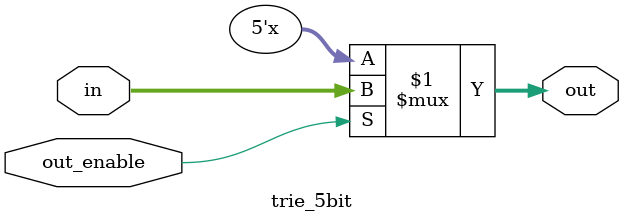
<source format=v>
module trie_5bit(in, out_enable, out);

input [4:0] in;
input out_enable;
output [4:0] out;

assign out = out_enable ? in : 5'bz;

endmodule

</source>
